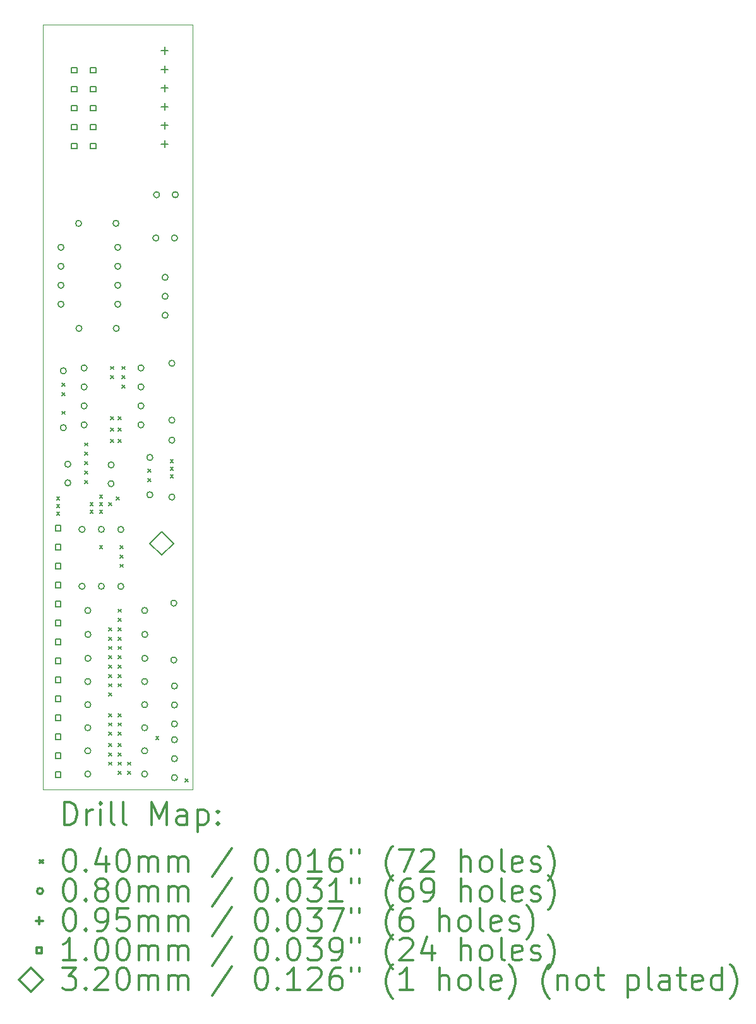
<source format=gbr>
%FSLAX45Y45*%
G04 Gerber Fmt 4.5, Leading zero omitted, Abs format (unit mm)*
G04 Created by KiCad (PCBNEW 5.1.9+dfsg1-1~bpo10+1) date 2022-01-08 23:32:08*
%MOMM*%
%LPD*%
G01*
G04 APERTURE LIST*
%TA.AperFunction,Profile*%
%ADD10C,0.050000*%
%TD*%
%ADD11C,0.200000*%
%ADD12C,0.300000*%
G04 APERTURE END LIST*
D10*
X13500000Y-15550000D02*
X13500000Y-5300000D01*
X15500000Y-15550000D02*
X13500000Y-15550000D01*
X15500000Y-5300000D02*
X15500000Y-15550000D01*
X13500000Y-5300000D02*
X15500000Y-5300000D01*
D11*
X13680000Y-11630000D02*
X13720000Y-11670000D01*
X13720000Y-11630000D02*
X13680000Y-11670000D01*
X13680000Y-11730000D02*
X13720000Y-11770000D01*
X13720000Y-11730000D02*
X13680000Y-11770000D01*
X13680000Y-11830000D02*
X13720000Y-11870000D01*
X13720000Y-11830000D02*
X13680000Y-11870000D01*
X13755000Y-10105000D02*
X13795000Y-10145000D01*
X13795000Y-10105000D02*
X13755000Y-10145000D01*
X13755000Y-10230000D02*
X13795000Y-10270000D01*
X13795000Y-10230000D02*
X13755000Y-10270000D01*
X13755000Y-10480000D02*
X13795000Y-10520000D01*
X13795000Y-10480000D02*
X13755000Y-10520000D01*
X14055000Y-10905000D02*
X14095000Y-10945000D01*
X14095000Y-10905000D02*
X14055000Y-10945000D01*
X14055000Y-11030000D02*
X14095000Y-11070000D01*
X14095000Y-11030000D02*
X14055000Y-11070000D01*
X14055000Y-11155000D02*
X14095000Y-11195000D01*
X14095000Y-11155000D02*
X14055000Y-11195000D01*
X14055000Y-11280000D02*
X14095000Y-11320000D01*
X14095000Y-11280000D02*
X14055000Y-11320000D01*
X14055000Y-11405000D02*
X14095000Y-11445000D01*
X14095000Y-11405000D02*
X14055000Y-11445000D01*
X14130000Y-11705000D02*
X14170000Y-11745000D01*
X14170000Y-11705000D02*
X14130000Y-11745000D01*
X14130000Y-11805000D02*
X14170000Y-11845000D01*
X14170000Y-11805000D02*
X14130000Y-11845000D01*
X14255000Y-11605000D02*
X14295000Y-11645000D01*
X14295000Y-11605000D02*
X14255000Y-11645000D01*
X14255000Y-11705000D02*
X14295000Y-11745000D01*
X14295000Y-11705000D02*
X14255000Y-11745000D01*
X14255000Y-11805000D02*
X14295000Y-11845000D01*
X14295000Y-11805000D02*
X14255000Y-11845000D01*
X14255000Y-12280000D02*
X14295000Y-12320000D01*
X14295000Y-12280000D02*
X14255000Y-12320000D01*
X14380000Y-11705000D02*
X14420000Y-11745000D01*
X14420000Y-11705000D02*
X14380000Y-11745000D01*
X14380000Y-13380000D02*
X14420000Y-13420000D01*
X14420000Y-13380000D02*
X14380000Y-13420000D01*
X14380000Y-13505000D02*
X14420000Y-13545000D01*
X14420000Y-13505000D02*
X14380000Y-13545000D01*
X14380000Y-13630000D02*
X14420000Y-13670000D01*
X14420000Y-13630000D02*
X14380000Y-13670000D01*
X14380000Y-13755000D02*
X14420000Y-13795000D01*
X14420000Y-13755000D02*
X14380000Y-13795000D01*
X14380000Y-13880000D02*
X14420000Y-13920000D01*
X14420000Y-13880000D02*
X14380000Y-13920000D01*
X14380000Y-14005000D02*
X14420000Y-14045000D01*
X14420000Y-14005000D02*
X14380000Y-14045000D01*
X14380000Y-14130000D02*
X14420000Y-14170000D01*
X14420000Y-14130000D02*
X14380000Y-14170000D01*
X14380000Y-14255000D02*
X14420000Y-14295000D01*
X14420000Y-14255000D02*
X14380000Y-14295000D01*
X14380000Y-14530000D02*
X14420000Y-14570000D01*
X14420000Y-14530000D02*
X14380000Y-14570000D01*
X14380000Y-14655000D02*
X14420000Y-14695000D01*
X14420000Y-14655000D02*
X14380000Y-14695000D01*
X14380000Y-14780000D02*
X14420000Y-14820000D01*
X14420000Y-14780000D02*
X14380000Y-14820000D01*
X14380000Y-14930000D02*
X14420000Y-14970000D01*
X14420000Y-14930000D02*
X14380000Y-14970000D01*
X14380000Y-15055000D02*
X14420000Y-15095000D01*
X14420000Y-15055000D02*
X14380000Y-15095000D01*
X14380000Y-15180000D02*
X14420000Y-15220000D01*
X14420000Y-15180000D02*
X14380000Y-15220000D01*
X14405000Y-9880000D02*
X14445000Y-9920000D01*
X14445000Y-9880000D02*
X14405000Y-9920000D01*
X14405000Y-10005000D02*
X14445000Y-10045000D01*
X14445000Y-10005000D02*
X14405000Y-10045000D01*
X14405000Y-10555000D02*
X14445000Y-10595000D01*
X14445000Y-10555000D02*
X14405000Y-10595000D01*
X14405000Y-10705000D02*
X14445000Y-10745000D01*
X14445000Y-10705000D02*
X14405000Y-10745000D01*
X14405000Y-10855000D02*
X14445000Y-10895000D01*
X14445000Y-10855000D02*
X14405000Y-10895000D01*
X14480000Y-11630000D02*
X14520000Y-11670000D01*
X14520000Y-11630000D02*
X14480000Y-11670000D01*
X14505000Y-10555000D02*
X14545000Y-10595000D01*
X14545000Y-10555000D02*
X14505000Y-10595000D01*
X14505000Y-10705000D02*
X14545000Y-10745000D01*
X14545000Y-10705000D02*
X14505000Y-10745000D01*
X14505000Y-10855000D02*
X14545000Y-10895000D01*
X14545000Y-10855000D02*
X14505000Y-10895000D01*
X14505000Y-13130000D02*
X14545000Y-13170000D01*
X14545000Y-13130000D02*
X14505000Y-13170000D01*
X14505000Y-13255000D02*
X14545000Y-13295000D01*
X14545000Y-13255000D02*
X14505000Y-13295000D01*
X14505000Y-13380000D02*
X14545000Y-13420000D01*
X14545000Y-13380000D02*
X14505000Y-13420000D01*
X14505000Y-13505000D02*
X14545000Y-13545000D01*
X14545000Y-13505000D02*
X14505000Y-13545000D01*
X14505000Y-13630000D02*
X14545000Y-13670000D01*
X14545000Y-13630000D02*
X14505000Y-13670000D01*
X14505000Y-13755000D02*
X14545000Y-13795000D01*
X14545000Y-13755000D02*
X14505000Y-13795000D01*
X14505000Y-13880000D02*
X14545000Y-13920000D01*
X14545000Y-13880000D02*
X14505000Y-13920000D01*
X14505000Y-14005000D02*
X14545000Y-14045000D01*
X14545000Y-14005000D02*
X14505000Y-14045000D01*
X14505000Y-14130000D02*
X14545000Y-14170000D01*
X14545000Y-14130000D02*
X14505000Y-14170000D01*
X14505000Y-14530000D02*
X14545000Y-14570000D01*
X14545000Y-14530000D02*
X14505000Y-14570000D01*
X14505000Y-14655000D02*
X14545000Y-14695000D01*
X14545000Y-14655000D02*
X14505000Y-14695000D01*
X14505000Y-14780000D02*
X14545000Y-14820000D01*
X14545000Y-14780000D02*
X14505000Y-14820000D01*
X14505000Y-14930000D02*
X14545000Y-14970000D01*
X14545000Y-14930000D02*
X14505000Y-14970000D01*
X14505000Y-15055000D02*
X14545000Y-15095000D01*
X14545000Y-15055000D02*
X14505000Y-15095000D01*
X14505000Y-15180000D02*
X14545000Y-15220000D01*
X14545000Y-15180000D02*
X14505000Y-15220000D01*
X14505000Y-15305000D02*
X14545000Y-15345000D01*
X14545000Y-15305000D02*
X14505000Y-15345000D01*
X14530000Y-12280000D02*
X14570000Y-12320000D01*
X14570000Y-12280000D02*
X14530000Y-12320000D01*
X14530000Y-12405000D02*
X14570000Y-12445000D01*
X14570000Y-12405000D02*
X14530000Y-12445000D01*
X14530000Y-12530000D02*
X14570000Y-12570000D01*
X14570000Y-12530000D02*
X14530000Y-12570000D01*
X14555000Y-9880000D02*
X14595000Y-9920000D01*
X14595000Y-9880000D02*
X14555000Y-9920000D01*
X14555000Y-10005000D02*
X14595000Y-10045000D01*
X14595000Y-10005000D02*
X14555000Y-10045000D01*
X14555000Y-10130000D02*
X14595000Y-10170000D01*
X14595000Y-10130000D02*
X14555000Y-10170000D01*
X14630000Y-15180000D02*
X14670000Y-15220000D01*
X14670000Y-15180000D02*
X14630000Y-15220000D01*
X14630000Y-15305000D02*
X14670000Y-15345000D01*
X14670000Y-15305000D02*
X14630000Y-15345000D01*
X14905000Y-11255000D02*
X14945000Y-11295000D01*
X14945000Y-11255000D02*
X14905000Y-11295000D01*
X14905000Y-11380000D02*
X14945000Y-11420000D01*
X14945000Y-11380000D02*
X14905000Y-11420000D01*
X15010000Y-14840000D02*
X15050000Y-14880000D01*
X15050000Y-14840000D02*
X15010000Y-14880000D01*
X15205000Y-11130000D02*
X15245000Y-11170000D01*
X15245000Y-11130000D02*
X15205000Y-11170000D01*
X15205000Y-11230000D02*
X15245000Y-11270000D01*
X15245000Y-11230000D02*
X15205000Y-11270000D01*
X15205000Y-11330000D02*
X15245000Y-11370000D01*
X15245000Y-11330000D02*
X15205000Y-11370000D01*
X15405000Y-15405000D02*
X15445000Y-15445000D01*
X15445000Y-15405000D02*
X15405000Y-15445000D01*
X13778000Y-8285000D02*
G75*
G03*
X13778000Y-8285000I-40000J0D01*
G01*
X13778000Y-8539000D02*
G75*
G03*
X13778000Y-8539000I-40000J0D01*
G01*
X13778000Y-8793000D02*
G75*
G03*
X13778000Y-8793000I-40000J0D01*
G01*
X13778000Y-9047000D02*
G75*
G03*
X13778000Y-9047000I-40000J0D01*
G01*
X13810000Y-9940000D02*
G75*
G03*
X13810000Y-9940000I-40000J0D01*
G01*
X13810000Y-10702000D02*
G75*
G03*
X13810000Y-10702000I-40000J0D01*
G01*
X13870000Y-11190000D02*
G75*
G03*
X13870000Y-11190000I-40000J0D01*
G01*
X13870000Y-11440000D02*
G75*
G03*
X13870000Y-11440000I-40000J0D01*
G01*
X14015000Y-7965000D02*
G75*
G03*
X14015000Y-7965000I-40000J0D01*
G01*
X14020000Y-9370000D02*
G75*
G03*
X14020000Y-9370000I-40000J0D01*
G01*
X14060000Y-12063000D02*
G75*
G03*
X14060000Y-12063000I-40000J0D01*
G01*
X14060000Y-12825000D02*
G75*
G03*
X14060000Y-12825000I-40000J0D01*
G01*
X14088000Y-9900000D02*
G75*
G03*
X14088000Y-9900000I-40000J0D01*
G01*
X14088000Y-10154000D02*
G75*
G03*
X14088000Y-10154000I-40000J0D01*
G01*
X14088000Y-10408000D02*
G75*
G03*
X14088000Y-10408000I-40000J0D01*
G01*
X14088000Y-10662000D02*
G75*
G03*
X14088000Y-10662000I-40000J0D01*
G01*
X14138000Y-13150000D02*
G75*
G03*
X14138000Y-13150000I-40000J0D01*
G01*
X14138000Y-14100000D02*
G75*
G03*
X14138000Y-14100000I-40000J0D01*
G01*
X14138000Y-14410000D02*
G75*
G03*
X14138000Y-14410000I-40000J0D01*
G01*
X14138000Y-14720000D02*
G75*
G03*
X14138000Y-14720000I-40000J0D01*
G01*
X14138000Y-15030000D02*
G75*
G03*
X14138000Y-15030000I-40000J0D01*
G01*
X14138000Y-15340000D02*
G75*
G03*
X14138000Y-15340000I-40000J0D01*
G01*
X14140000Y-13470000D02*
G75*
G03*
X14140000Y-13470000I-40000J0D01*
G01*
X14140000Y-13790000D02*
G75*
G03*
X14140000Y-13790000I-40000J0D01*
G01*
X14320000Y-12063000D02*
G75*
G03*
X14320000Y-12063000I-40000J0D01*
G01*
X14320000Y-12825000D02*
G75*
G03*
X14320000Y-12825000I-40000J0D01*
G01*
X14450000Y-11200000D02*
G75*
G03*
X14450000Y-11200000I-40000J0D01*
G01*
X14450000Y-11450000D02*
G75*
G03*
X14450000Y-11450000I-40000J0D01*
G01*
X14515000Y-7965000D02*
G75*
G03*
X14515000Y-7965000I-40000J0D01*
G01*
X14520000Y-9370000D02*
G75*
G03*
X14520000Y-9370000I-40000J0D01*
G01*
X14540000Y-8285000D02*
G75*
G03*
X14540000Y-8285000I-40000J0D01*
G01*
X14540000Y-8539000D02*
G75*
G03*
X14540000Y-8539000I-40000J0D01*
G01*
X14540000Y-8793000D02*
G75*
G03*
X14540000Y-8793000I-40000J0D01*
G01*
X14540000Y-9047000D02*
G75*
G03*
X14540000Y-9047000I-40000J0D01*
G01*
X14580000Y-12065000D02*
G75*
G03*
X14580000Y-12065000I-40000J0D01*
G01*
X14580000Y-12827000D02*
G75*
G03*
X14580000Y-12827000I-40000J0D01*
G01*
X14850000Y-9900000D02*
G75*
G03*
X14850000Y-9900000I-40000J0D01*
G01*
X14850000Y-10154000D02*
G75*
G03*
X14850000Y-10154000I-40000J0D01*
G01*
X14850000Y-10408000D02*
G75*
G03*
X14850000Y-10408000I-40000J0D01*
G01*
X14850000Y-10662000D02*
G75*
G03*
X14850000Y-10662000I-40000J0D01*
G01*
X14900000Y-13150000D02*
G75*
G03*
X14900000Y-13150000I-40000J0D01*
G01*
X14900000Y-14100000D02*
G75*
G03*
X14900000Y-14100000I-40000J0D01*
G01*
X14900000Y-14410000D02*
G75*
G03*
X14900000Y-14410000I-40000J0D01*
G01*
X14900000Y-14720000D02*
G75*
G03*
X14900000Y-14720000I-40000J0D01*
G01*
X14900000Y-15030000D02*
G75*
G03*
X14900000Y-15030000I-40000J0D01*
G01*
X14900000Y-15340000D02*
G75*
G03*
X14900000Y-15340000I-40000J0D01*
G01*
X14902000Y-13470000D02*
G75*
G03*
X14902000Y-13470000I-40000J0D01*
G01*
X14902000Y-13790000D02*
G75*
G03*
X14902000Y-13790000I-40000J0D01*
G01*
X14970000Y-11100000D02*
G75*
G03*
X14970000Y-11100000I-40000J0D01*
G01*
X14970000Y-11600000D02*
G75*
G03*
X14970000Y-11600000I-40000J0D01*
G01*
X15050000Y-8160000D02*
G75*
G03*
X15050000Y-8160000I-40000J0D01*
G01*
X15060000Y-7580000D02*
G75*
G03*
X15060000Y-7580000I-40000J0D01*
G01*
X15175000Y-8687000D02*
G75*
G03*
X15175000Y-8687000I-40000J0D01*
G01*
X15175000Y-8941000D02*
G75*
G03*
X15175000Y-8941000I-40000J0D01*
G01*
X15175000Y-9195000D02*
G75*
G03*
X15175000Y-9195000I-40000J0D01*
G01*
X15265000Y-9838000D02*
G75*
G03*
X15265000Y-9838000I-40000J0D01*
G01*
X15265000Y-10600000D02*
G75*
G03*
X15265000Y-10600000I-40000J0D01*
G01*
X15265000Y-10867500D02*
G75*
G03*
X15265000Y-10867500I-40000J0D01*
G01*
X15265000Y-11629500D02*
G75*
G03*
X15265000Y-11629500I-40000J0D01*
G01*
X15290000Y-13050000D02*
G75*
G03*
X15290000Y-13050000I-40000J0D01*
G01*
X15290000Y-13812000D02*
G75*
G03*
X15290000Y-13812000I-40000J0D01*
G01*
X15300000Y-8160000D02*
G75*
G03*
X15300000Y-8160000I-40000J0D01*
G01*
X15300000Y-14160000D02*
G75*
G03*
X15300000Y-14160000I-40000J0D01*
G01*
X15300000Y-14414000D02*
G75*
G03*
X15300000Y-14414000I-40000J0D01*
G01*
X15300000Y-14668000D02*
G75*
G03*
X15300000Y-14668000I-40000J0D01*
G01*
X15300000Y-14880000D02*
G75*
G03*
X15300000Y-14880000I-40000J0D01*
G01*
X15300000Y-15134000D02*
G75*
G03*
X15300000Y-15134000I-40000J0D01*
G01*
X15300000Y-15388000D02*
G75*
G03*
X15300000Y-15388000I-40000J0D01*
G01*
X15310000Y-7580000D02*
G75*
G03*
X15310000Y-7580000I-40000J0D01*
G01*
X15130000Y-5602500D02*
X15130000Y-5697500D01*
X15082500Y-5650000D02*
X15177500Y-5650000D01*
X15130000Y-5852500D02*
X15130000Y-5947500D01*
X15082500Y-5900000D02*
X15177500Y-5900000D01*
X15130000Y-6102500D02*
X15130000Y-6197500D01*
X15082500Y-6150000D02*
X15177500Y-6150000D01*
X15130000Y-6352500D02*
X15130000Y-6447500D01*
X15082500Y-6400000D02*
X15177500Y-6400000D01*
X15130000Y-6602500D02*
X15130000Y-6697500D01*
X15082500Y-6650000D02*
X15177500Y-6650000D01*
X15130000Y-6852500D02*
X15130000Y-6947500D01*
X15082500Y-6900000D02*
X15177500Y-6900000D01*
X13735356Y-12082356D02*
X13735356Y-12011644D01*
X13664644Y-12011644D01*
X13664644Y-12082356D01*
X13735356Y-12082356D01*
X13735356Y-12336356D02*
X13735356Y-12265644D01*
X13664644Y-12265644D01*
X13664644Y-12336356D01*
X13735356Y-12336356D01*
X13735356Y-12590356D02*
X13735356Y-12519644D01*
X13664644Y-12519644D01*
X13664644Y-12590356D01*
X13735356Y-12590356D01*
X13735356Y-12844356D02*
X13735356Y-12773644D01*
X13664644Y-12773644D01*
X13664644Y-12844356D01*
X13735356Y-12844356D01*
X13735356Y-13098356D02*
X13735356Y-13027644D01*
X13664644Y-13027644D01*
X13664644Y-13098356D01*
X13735356Y-13098356D01*
X13735356Y-13352356D02*
X13735356Y-13281644D01*
X13664644Y-13281644D01*
X13664644Y-13352356D01*
X13735356Y-13352356D01*
X13735356Y-13606356D02*
X13735356Y-13535644D01*
X13664644Y-13535644D01*
X13664644Y-13606356D01*
X13735356Y-13606356D01*
X13735356Y-13860356D02*
X13735356Y-13789644D01*
X13664644Y-13789644D01*
X13664644Y-13860356D01*
X13735356Y-13860356D01*
X13735356Y-14114356D02*
X13735356Y-14043644D01*
X13664644Y-14043644D01*
X13664644Y-14114356D01*
X13735356Y-14114356D01*
X13735356Y-14368356D02*
X13735356Y-14297644D01*
X13664644Y-14297644D01*
X13664644Y-14368356D01*
X13735356Y-14368356D01*
X13735356Y-14622356D02*
X13735356Y-14551644D01*
X13664644Y-14551644D01*
X13664644Y-14622356D01*
X13735356Y-14622356D01*
X13735356Y-14876356D02*
X13735356Y-14805644D01*
X13664644Y-14805644D01*
X13664644Y-14876356D01*
X13735356Y-14876356D01*
X13735356Y-15130356D02*
X13735356Y-15059644D01*
X13664644Y-15059644D01*
X13664644Y-15130356D01*
X13735356Y-15130356D01*
X13735356Y-15384356D02*
X13735356Y-15313644D01*
X13664644Y-15313644D01*
X13664644Y-15384356D01*
X13735356Y-15384356D01*
X13951356Y-5945356D02*
X13951356Y-5874644D01*
X13880644Y-5874644D01*
X13880644Y-5945356D01*
X13951356Y-5945356D01*
X13951356Y-6199356D02*
X13951356Y-6128644D01*
X13880644Y-6128644D01*
X13880644Y-6199356D01*
X13951356Y-6199356D01*
X13951356Y-6453356D02*
X13951356Y-6382644D01*
X13880644Y-6382644D01*
X13880644Y-6453356D01*
X13951356Y-6453356D01*
X13951356Y-6707356D02*
X13951356Y-6636644D01*
X13880644Y-6636644D01*
X13880644Y-6707356D01*
X13951356Y-6707356D01*
X13951356Y-6961356D02*
X13951356Y-6890644D01*
X13880644Y-6890644D01*
X13880644Y-6961356D01*
X13951356Y-6961356D01*
X14205356Y-5945356D02*
X14205356Y-5874644D01*
X14134644Y-5874644D01*
X14134644Y-5945356D01*
X14205356Y-5945356D01*
X14205356Y-6199356D02*
X14205356Y-6128644D01*
X14134644Y-6128644D01*
X14134644Y-6199356D01*
X14205356Y-6199356D01*
X14205356Y-6453356D02*
X14205356Y-6382644D01*
X14134644Y-6382644D01*
X14134644Y-6453356D01*
X14205356Y-6453356D01*
X14205356Y-6707356D02*
X14205356Y-6636644D01*
X14134644Y-6636644D01*
X14134644Y-6707356D01*
X14205356Y-6707356D01*
X14205356Y-6961356D02*
X14205356Y-6890644D01*
X14134644Y-6890644D01*
X14134644Y-6961356D01*
X14205356Y-6961356D01*
X15090000Y-12410000D02*
X15250000Y-12250000D01*
X15090000Y-12090000D01*
X14930000Y-12250000D01*
X15090000Y-12410000D01*
D12*
X13783928Y-16018214D02*
X13783928Y-15718214D01*
X13855357Y-15718214D01*
X13898214Y-15732500D01*
X13926786Y-15761071D01*
X13941071Y-15789643D01*
X13955357Y-15846786D01*
X13955357Y-15889643D01*
X13941071Y-15946786D01*
X13926786Y-15975357D01*
X13898214Y-16003929D01*
X13855357Y-16018214D01*
X13783928Y-16018214D01*
X14083928Y-16018214D02*
X14083928Y-15818214D01*
X14083928Y-15875357D02*
X14098214Y-15846786D01*
X14112500Y-15832500D01*
X14141071Y-15818214D01*
X14169643Y-15818214D01*
X14269643Y-16018214D02*
X14269643Y-15818214D01*
X14269643Y-15718214D02*
X14255357Y-15732500D01*
X14269643Y-15746786D01*
X14283928Y-15732500D01*
X14269643Y-15718214D01*
X14269643Y-15746786D01*
X14455357Y-16018214D02*
X14426786Y-16003929D01*
X14412500Y-15975357D01*
X14412500Y-15718214D01*
X14612500Y-16018214D02*
X14583928Y-16003929D01*
X14569643Y-15975357D01*
X14569643Y-15718214D01*
X14955357Y-16018214D02*
X14955357Y-15718214D01*
X15055357Y-15932500D01*
X15155357Y-15718214D01*
X15155357Y-16018214D01*
X15426786Y-16018214D02*
X15426786Y-15861071D01*
X15412500Y-15832500D01*
X15383928Y-15818214D01*
X15326786Y-15818214D01*
X15298214Y-15832500D01*
X15426786Y-16003929D02*
X15398214Y-16018214D01*
X15326786Y-16018214D01*
X15298214Y-16003929D01*
X15283928Y-15975357D01*
X15283928Y-15946786D01*
X15298214Y-15918214D01*
X15326786Y-15903929D01*
X15398214Y-15903929D01*
X15426786Y-15889643D01*
X15569643Y-15818214D02*
X15569643Y-16118214D01*
X15569643Y-15832500D02*
X15598214Y-15818214D01*
X15655357Y-15818214D01*
X15683928Y-15832500D01*
X15698214Y-15846786D01*
X15712500Y-15875357D01*
X15712500Y-15961071D01*
X15698214Y-15989643D01*
X15683928Y-16003929D01*
X15655357Y-16018214D01*
X15598214Y-16018214D01*
X15569643Y-16003929D01*
X15841071Y-15989643D02*
X15855357Y-16003929D01*
X15841071Y-16018214D01*
X15826786Y-16003929D01*
X15841071Y-15989643D01*
X15841071Y-16018214D01*
X15841071Y-15832500D02*
X15855357Y-15846786D01*
X15841071Y-15861071D01*
X15826786Y-15846786D01*
X15841071Y-15832500D01*
X15841071Y-15861071D01*
X13457500Y-16492500D02*
X13497500Y-16532500D01*
X13497500Y-16492500D02*
X13457500Y-16532500D01*
X13841071Y-16348214D02*
X13869643Y-16348214D01*
X13898214Y-16362500D01*
X13912500Y-16376786D01*
X13926786Y-16405357D01*
X13941071Y-16462500D01*
X13941071Y-16533929D01*
X13926786Y-16591071D01*
X13912500Y-16619643D01*
X13898214Y-16633929D01*
X13869643Y-16648214D01*
X13841071Y-16648214D01*
X13812500Y-16633929D01*
X13798214Y-16619643D01*
X13783928Y-16591071D01*
X13769643Y-16533929D01*
X13769643Y-16462500D01*
X13783928Y-16405357D01*
X13798214Y-16376786D01*
X13812500Y-16362500D01*
X13841071Y-16348214D01*
X14069643Y-16619643D02*
X14083928Y-16633929D01*
X14069643Y-16648214D01*
X14055357Y-16633929D01*
X14069643Y-16619643D01*
X14069643Y-16648214D01*
X14341071Y-16448214D02*
X14341071Y-16648214D01*
X14269643Y-16333929D02*
X14198214Y-16548214D01*
X14383928Y-16548214D01*
X14555357Y-16348214D02*
X14583928Y-16348214D01*
X14612500Y-16362500D01*
X14626786Y-16376786D01*
X14641071Y-16405357D01*
X14655357Y-16462500D01*
X14655357Y-16533929D01*
X14641071Y-16591071D01*
X14626786Y-16619643D01*
X14612500Y-16633929D01*
X14583928Y-16648214D01*
X14555357Y-16648214D01*
X14526786Y-16633929D01*
X14512500Y-16619643D01*
X14498214Y-16591071D01*
X14483928Y-16533929D01*
X14483928Y-16462500D01*
X14498214Y-16405357D01*
X14512500Y-16376786D01*
X14526786Y-16362500D01*
X14555357Y-16348214D01*
X14783928Y-16648214D02*
X14783928Y-16448214D01*
X14783928Y-16476786D02*
X14798214Y-16462500D01*
X14826786Y-16448214D01*
X14869643Y-16448214D01*
X14898214Y-16462500D01*
X14912500Y-16491071D01*
X14912500Y-16648214D01*
X14912500Y-16491071D02*
X14926786Y-16462500D01*
X14955357Y-16448214D01*
X14998214Y-16448214D01*
X15026786Y-16462500D01*
X15041071Y-16491071D01*
X15041071Y-16648214D01*
X15183928Y-16648214D02*
X15183928Y-16448214D01*
X15183928Y-16476786D02*
X15198214Y-16462500D01*
X15226786Y-16448214D01*
X15269643Y-16448214D01*
X15298214Y-16462500D01*
X15312500Y-16491071D01*
X15312500Y-16648214D01*
X15312500Y-16491071D02*
X15326786Y-16462500D01*
X15355357Y-16448214D01*
X15398214Y-16448214D01*
X15426786Y-16462500D01*
X15441071Y-16491071D01*
X15441071Y-16648214D01*
X16026786Y-16333929D02*
X15769643Y-16719643D01*
X16412500Y-16348214D02*
X16441071Y-16348214D01*
X16469643Y-16362500D01*
X16483928Y-16376786D01*
X16498214Y-16405357D01*
X16512500Y-16462500D01*
X16512500Y-16533929D01*
X16498214Y-16591071D01*
X16483928Y-16619643D01*
X16469643Y-16633929D01*
X16441071Y-16648214D01*
X16412500Y-16648214D01*
X16383928Y-16633929D01*
X16369643Y-16619643D01*
X16355357Y-16591071D01*
X16341071Y-16533929D01*
X16341071Y-16462500D01*
X16355357Y-16405357D01*
X16369643Y-16376786D01*
X16383928Y-16362500D01*
X16412500Y-16348214D01*
X16641071Y-16619643D02*
X16655357Y-16633929D01*
X16641071Y-16648214D01*
X16626786Y-16633929D01*
X16641071Y-16619643D01*
X16641071Y-16648214D01*
X16841071Y-16348214D02*
X16869643Y-16348214D01*
X16898214Y-16362500D01*
X16912500Y-16376786D01*
X16926786Y-16405357D01*
X16941071Y-16462500D01*
X16941071Y-16533929D01*
X16926786Y-16591071D01*
X16912500Y-16619643D01*
X16898214Y-16633929D01*
X16869643Y-16648214D01*
X16841071Y-16648214D01*
X16812500Y-16633929D01*
X16798214Y-16619643D01*
X16783928Y-16591071D01*
X16769643Y-16533929D01*
X16769643Y-16462500D01*
X16783928Y-16405357D01*
X16798214Y-16376786D01*
X16812500Y-16362500D01*
X16841071Y-16348214D01*
X17226786Y-16648214D02*
X17055357Y-16648214D01*
X17141071Y-16648214D02*
X17141071Y-16348214D01*
X17112500Y-16391071D01*
X17083928Y-16419643D01*
X17055357Y-16433929D01*
X17483928Y-16348214D02*
X17426786Y-16348214D01*
X17398214Y-16362500D01*
X17383928Y-16376786D01*
X17355357Y-16419643D01*
X17341071Y-16476786D01*
X17341071Y-16591071D01*
X17355357Y-16619643D01*
X17369643Y-16633929D01*
X17398214Y-16648214D01*
X17455357Y-16648214D01*
X17483928Y-16633929D01*
X17498214Y-16619643D01*
X17512500Y-16591071D01*
X17512500Y-16519643D01*
X17498214Y-16491071D01*
X17483928Y-16476786D01*
X17455357Y-16462500D01*
X17398214Y-16462500D01*
X17369643Y-16476786D01*
X17355357Y-16491071D01*
X17341071Y-16519643D01*
X17626786Y-16348214D02*
X17626786Y-16405357D01*
X17741071Y-16348214D02*
X17741071Y-16405357D01*
X18183928Y-16762500D02*
X18169643Y-16748214D01*
X18141071Y-16705357D01*
X18126786Y-16676786D01*
X18112500Y-16633929D01*
X18098214Y-16562500D01*
X18098214Y-16505357D01*
X18112500Y-16433929D01*
X18126786Y-16391071D01*
X18141071Y-16362500D01*
X18169643Y-16319643D01*
X18183928Y-16305357D01*
X18269643Y-16348214D02*
X18469643Y-16348214D01*
X18341071Y-16648214D01*
X18569643Y-16376786D02*
X18583928Y-16362500D01*
X18612500Y-16348214D01*
X18683928Y-16348214D01*
X18712500Y-16362500D01*
X18726786Y-16376786D01*
X18741071Y-16405357D01*
X18741071Y-16433929D01*
X18726786Y-16476786D01*
X18555357Y-16648214D01*
X18741071Y-16648214D01*
X19098214Y-16648214D02*
X19098214Y-16348214D01*
X19226786Y-16648214D02*
X19226786Y-16491071D01*
X19212500Y-16462500D01*
X19183928Y-16448214D01*
X19141071Y-16448214D01*
X19112500Y-16462500D01*
X19098214Y-16476786D01*
X19412500Y-16648214D02*
X19383928Y-16633929D01*
X19369643Y-16619643D01*
X19355357Y-16591071D01*
X19355357Y-16505357D01*
X19369643Y-16476786D01*
X19383928Y-16462500D01*
X19412500Y-16448214D01*
X19455357Y-16448214D01*
X19483928Y-16462500D01*
X19498214Y-16476786D01*
X19512500Y-16505357D01*
X19512500Y-16591071D01*
X19498214Y-16619643D01*
X19483928Y-16633929D01*
X19455357Y-16648214D01*
X19412500Y-16648214D01*
X19683928Y-16648214D02*
X19655357Y-16633929D01*
X19641071Y-16605357D01*
X19641071Y-16348214D01*
X19912500Y-16633929D02*
X19883928Y-16648214D01*
X19826786Y-16648214D01*
X19798214Y-16633929D01*
X19783928Y-16605357D01*
X19783928Y-16491071D01*
X19798214Y-16462500D01*
X19826786Y-16448214D01*
X19883928Y-16448214D01*
X19912500Y-16462500D01*
X19926786Y-16491071D01*
X19926786Y-16519643D01*
X19783928Y-16548214D01*
X20041071Y-16633929D02*
X20069643Y-16648214D01*
X20126786Y-16648214D01*
X20155357Y-16633929D01*
X20169643Y-16605357D01*
X20169643Y-16591071D01*
X20155357Y-16562500D01*
X20126786Y-16548214D01*
X20083928Y-16548214D01*
X20055357Y-16533929D01*
X20041071Y-16505357D01*
X20041071Y-16491071D01*
X20055357Y-16462500D01*
X20083928Y-16448214D01*
X20126786Y-16448214D01*
X20155357Y-16462500D01*
X20269643Y-16762500D02*
X20283928Y-16748214D01*
X20312500Y-16705357D01*
X20326786Y-16676786D01*
X20341071Y-16633929D01*
X20355357Y-16562500D01*
X20355357Y-16505357D01*
X20341071Y-16433929D01*
X20326786Y-16391071D01*
X20312500Y-16362500D01*
X20283928Y-16319643D01*
X20269643Y-16305357D01*
X13497500Y-16908500D02*
G75*
G03*
X13497500Y-16908500I-40000J0D01*
G01*
X13841071Y-16744214D02*
X13869643Y-16744214D01*
X13898214Y-16758500D01*
X13912500Y-16772786D01*
X13926786Y-16801357D01*
X13941071Y-16858500D01*
X13941071Y-16929929D01*
X13926786Y-16987072D01*
X13912500Y-17015643D01*
X13898214Y-17029929D01*
X13869643Y-17044214D01*
X13841071Y-17044214D01*
X13812500Y-17029929D01*
X13798214Y-17015643D01*
X13783928Y-16987072D01*
X13769643Y-16929929D01*
X13769643Y-16858500D01*
X13783928Y-16801357D01*
X13798214Y-16772786D01*
X13812500Y-16758500D01*
X13841071Y-16744214D01*
X14069643Y-17015643D02*
X14083928Y-17029929D01*
X14069643Y-17044214D01*
X14055357Y-17029929D01*
X14069643Y-17015643D01*
X14069643Y-17044214D01*
X14255357Y-16872786D02*
X14226786Y-16858500D01*
X14212500Y-16844214D01*
X14198214Y-16815643D01*
X14198214Y-16801357D01*
X14212500Y-16772786D01*
X14226786Y-16758500D01*
X14255357Y-16744214D01*
X14312500Y-16744214D01*
X14341071Y-16758500D01*
X14355357Y-16772786D01*
X14369643Y-16801357D01*
X14369643Y-16815643D01*
X14355357Y-16844214D01*
X14341071Y-16858500D01*
X14312500Y-16872786D01*
X14255357Y-16872786D01*
X14226786Y-16887072D01*
X14212500Y-16901357D01*
X14198214Y-16929929D01*
X14198214Y-16987072D01*
X14212500Y-17015643D01*
X14226786Y-17029929D01*
X14255357Y-17044214D01*
X14312500Y-17044214D01*
X14341071Y-17029929D01*
X14355357Y-17015643D01*
X14369643Y-16987072D01*
X14369643Y-16929929D01*
X14355357Y-16901357D01*
X14341071Y-16887072D01*
X14312500Y-16872786D01*
X14555357Y-16744214D02*
X14583928Y-16744214D01*
X14612500Y-16758500D01*
X14626786Y-16772786D01*
X14641071Y-16801357D01*
X14655357Y-16858500D01*
X14655357Y-16929929D01*
X14641071Y-16987072D01*
X14626786Y-17015643D01*
X14612500Y-17029929D01*
X14583928Y-17044214D01*
X14555357Y-17044214D01*
X14526786Y-17029929D01*
X14512500Y-17015643D01*
X14498214Y-16987072D01*
X14483928Y-16929929D01*
X14483928Y-16858500D01*
X14498214Y-16801357D01*
X14512500Y-16772786D01*
X14526786Y-16758500D01*
X14555357Y-16744214D01*
X14783928Y-17044214D02*
X14783928Y-16844214D01*
X14783928Y-16872786D02*
X14798214Y-16858500D01*
X14826786Y-16844214D01*
X14869643Y-16844214D01*
X14898214Y-16858500D01*
X14912500Y-16887072D01*
X14912500Y-17044214D01*
X14912500Y-16887072D02*
X14926786Y-16858500D01*
X14955357Y-16844214D01*
X14998214Y-16844214D01*
X15026786Y-16858500D01*
X15041071Y-16887072D01*
X15041071Y-17044214D01*
X15183928Y-17044214D02*
X15183928Y-16844214D01*
X15183928Y-16872786D02*
X15198214Y-16858500D01*
X15226786Y-16844214D01*
X15269643Y-16844214D01*
X15298214Y-16858500D01*
X15312500Y-16887072D01*
X15312500Y-17044214D01*
X15312500Y-16887072D02*
X15326786Y-16858500D01*
X15355357Y-16844214D01*
X15398214Y-16844214D01*
X15426786Y-16858500D01*
X15441071Y-16887072D01*
X15441071Y-17044214D01*
X16026786Y-16729929D02*
X15769643Y-17115643D01*
X16412500Y-16744214D02*
X16441071Y-16744214D01*
X16469643Y-16758500D01*
X16483928Y-16772786D01*
X16498214Y-16801357D01*
X16512500Y-16858500D01*
X16512500Y-16929929D01*
X16498214Y-16987072D01*
X16483928Y-17015643D01*
X16469643Y-17029929D01*
X16441071Y-17044214D01*
X16412500Y-17044214D01*
X16383928Y-17029929D01*
X16369643Y-17015643D01*
X16355357Y-16987072D01*
X16341071Y-16929929D01*
X16341071Y-16858500D01*
X16355357Y-16801357D01*
X16369643Y-16772786D01*
X16383928Y-16758500D01*
X16412500Y-16744214D01*
X16641071Y-17015643D02*
X16655357Y-17029929D01*
X16641071Y-17044214D01*
X16626786Y-17029929D01*
X16641071Y-17015643D01*
X16641071Y-17044214D01*
X16841071Y-16744214D02*
X16869643Y-16744214D01*
X16898214Y-16758500D01*
X16912500Y-16772786D01*
X16926786Y-16801357D01*
X16941071Y-16858500D01*
X16941071Y-16929929D01*
X16926786Y-16987072D01*
X16912500Y-17015643D01*
X16898214Y-17029929D01*
X16869643Y-17044214D01*
X16841071Y-17044214D01*
X16812500Y-17029929D01*
X16798214Y-17015643D01*
X16783928Y-16987072D01*
X16769643Y-16929929D01*
X16769643Y-16858500D01*
X16783928Y-16801357D01*
X16798214Y-16772786D01*
X16812500Y-16758500D01*
X16841071Y-16744214D01*
X17041071Y-16744214D02*
X17226786Y-16744214D01*
X17126786Y-16858500D01*
X17169643Y-16858500D01*
X17198214Y-16872786D01*
X17212500Y-16887072D01*
X17226786Y-16915643D01*
X17226786Y-16987072D01*
X17212500Y-17015643D01*
X17198214Y-17029929D01*
X17169643Y-17044214D01*
X17083928Y-17044214D01*
X17055357Y-17029929D01*
X17041071Y-17015643D01*
X17512500Y-17044214D02*
X17341071Y-17044214D01*
X17426786Y-17044214D02*
X17426786Y-16744214D01*
X17398214Y-16787072D01*
X17369643Y-16815643D01*
X17341071Y-16829929D01*
X17626786Y-16744214D02*
X17626786Y-16801357D01*
X17741071Y-16744214D02*
X17741071Y-16801357D01*
X18183928Y-17158500D02*
X18169643Y-17144214D01*
X18141071Y-17101357D01*
X18126786Y-17072786D01*
X18112500Y-17029929D01*
X18098214Y-16958500D01*
X18098214Y-16901357D01*
X18112500Y-16829929D01*
X18126786Y-16787072D01*
X18141071Y-16758500D01*
X18169643Y-16715643D01*
X18183928Y-16701357D01*
X18426786Y-16744214D02*
X18369643Y-16744214D01*
X18341071Y-16758500D01*
X18326786Y-16772786D01*
X18298214Y-16815643D01*
X18283928Y-16872786D01*
X18283928Y-16987072D01*
X18298214Y-17015643D01*
X18312500Y-17029929D01*
X18341071Y-17044214D01*
X18398214Y-17044214D01*
X18426786Y-17029929D01*
X18441071Y-17015643D01*
X18455357Y-16987072D01*
X18455357Y-16915643D01*
X18441071Y-16887072D01*
X18426786Y-16872786D01*
X18398214Y-16858500D01*
X18341071Y-16858500D01*
X18312500Y-16872786D01*
X18298214Y-16887072D01*
X18283928Y-16915643D01*
X18598214Y-17044214D02*
X18655357Y-17044214D01*
X18683928Y-17029929D01*
X18698214Y-17015643D01*
X18726786Y-16972786D01*
X18741071Y-16915643D01*
X18741071Y-16801357D01*
X18726786Y-16772786D01*
X18712500Y-16758500D01*
X18683928Y-16744214D01*
X18626786Y-16744214D01*
X18598214Y-16758500D01*
X18583928Y-16772786D01*
X18569643Y-16801357D01*
X18569643Y-16872786D01*
X18583928Y-16901357D01*
X18598214Y-16915643D01*
X18626786Y-16929929D01*
X18683928Y-16929929D01*
X18712500Y-16915643D01*
X18726786Y-16901357D01*
X18741071Y-16872786D01*
X19098214Y-17044214D02*
X19098214Y-16744214D01*
X19226786Y-17044214D02*
X19226786Y-16887072D01*
X19212500Y-16858500D01*
X19183928Y-16844214D01*
X19141071Y-16844214D01*
X19112500Y-16858500D01*
X19098214Y-16872786D01*
X19412500Y-17044214D02*
X19383928Y-17029929D01*
X19369643Y-17015643D01*
X19355357Y-16987072D01*
X19355357Y-16901357D01*
X19369643Y-16872786D01*
X19383928Y-16858500D01*
X19412500Y-16844214D01*
X19455357Y-16844214D01*
X19483928Y-16858500D01*
X19498214Y-16872786D01*
X19512500Y-16901357D01*
X19512500Y-16987072D01*
X19498214Y-17015643D01*
X19483928Y-17029929D01*
X19455357Y-17044214D01*
X19412500Y-17044214D01*
X19683928Y-17044214D02*
X19655357Y-17029929D01*
X19641071Y-17001357D01*
X19641071Y-16744214D01*
X19912500Y-17029929D02*
X19883928Y-17044214D01*
X19826786Y-17044214D01*
X19798214Y-17029929D01*
X19783928Y-17001357D01*
X19783928Y-16887072D01*
X19798214Y-16858500D01*
X19826786Y-16844214D01*
X19883928Y-16844214D01*
X19912500Y-16858500D01*
X19926786Y-16887072D01*
X19926786Y-16915643D01*
X19783928Y-16944214D01*
X20041071Y-17029929D02*
X20069643Y-17044214D01*
X20126786Y-17044214D01*
X20155357Y-17029929D01*
X20169643Y-17001357D01*
X20169643Y-16987072D01*
X20155357Y-16958500D01*
X20126786Y-16944214D01*
X20083928Y-16944214D01*
X20055357Y-16929929D01*
X20041071Y-16901357D01*
X20041071Y-16887072D01*
X20055357Y-16858500D01*
X20083928Y-16844214D01*
X20126786Y-16844214D01*
X20155357Y-16858500D01*
X20269643Y-17158500D02*
X20283928Y-17144214D01*
X20312500Y-17101357D01*
X20326786Y-17072786D01*
X20341071Y-17029929D01*
X20355357Y-16958500D01*
X20355357Y-16901357D01*
X20341071Y-16829929D01*
X20326786Y-16787072D01*
X20312500Y-16758500D01*
X20283928Y-16715643D01*
X20269643Y-16701357D01*
X13450000Y-17257000D02*
X13450000Y-17352000D01*
X13402500Y-17304500D02*
X13497500Y-17304500D01*
X13841071Y-17140214D02*
X13869643Y-17140214D01*
X13898214Y-17154500D01*
X13912500Y-17168786D01*
X13926786Y-17197357D01*
X13941071Y-17254500D01*
X13941071Y-17325929D01*
X13926786Y-17383072D01*
X13912500Y-17411643D01*
X13898214Y-17425929D01*
X13869643Y-17440214D01*
X13841071Y-17440214D01*
X13812500Y-17425929D01*
X13798214Y-17411643D01*
X13783928Y-17383072D01*
X13769643Y-17325929D01*
X13769643Y-17254500D01*
X13783928Y-17197357D01*
X13798214Y-17168786D01*
X13812500Y-17154500D01*
X13841071Y-17140214D01*
X14069643Y-17411643D02*
X14083928Y-17425929D01*
X14069643Y-17440214D01*
X14055357Y-17425929D01*
X14069643Y-17411643D01*
X14069643Y-17440214D01*
X14226786Y-17440214D02*
X14283928Y-17440214D01*
X14312500Y-17425929D01*
X14326786Y-17411643D01*
X14355357Y-17368786D01*
X14369643Y-17311643D01*
X14369643Y-17197357D01*
X14355357Y-17168786D01*
X14341071Y-17154500D01*
X14312500Y-17140214D01*
X14255357Y-17140214D01*
X14226786Y-17154500D01*
X14212500Y-17168786D01*
X14198214Y-17197357D01*
X14198214Y-17268786D01*
X14212500Y-17297357D01*
X14226786Y-17311643D01*
X14255357Y-17325929D01*
X14312500Y-17325929D01*
X14341071Y-17311643D01*
X14355357Y-17297357D01*
X14369643Y-17268786D01*
X14641071Y-17140214D02*
X14498214Y-17140214D01*
X14483928Y-17283072D01*
X14498214Y-17268786D01*
X14526786Y-17254500D01*
X14598214Y-17254500D01*
X14626786Y-17268786D01*
X14641071Y-17283072D01*
X14655357Y-17311643D01*
X14655357Y-17383072D01*
X14641071Y-17411643D01*
X14626786Y-17425929D01*
X14598214Y-17440214D01*
X14526786Y-17440214D01*
X14498214Y-17425929D01*
X14483928Y-17411643D01*
X14783928Y-17440214D02*
X14783928Y-17240214D01*
X14783928Y-17268786D02*
X14798214Y-17254500D01*
X14826786Y-17240214D01*
X14869643Y-17240214D01*
X14898214Y-17254500D01*
X14912500Y-17283072D01*
X14912500Y-17440214D01*
X14912500Y-17283072D02*
X14926786Y-17254500D01*
X14955357Y-17240214D01*
X14998214Y-17240214D01*
X15026786Y-17254500D01*
X15041071Y-17283072D01*
X15041071Y-17440214D01*
X15183928Y-17440214D02*
X15183928Y-17240214D01*
X15183928Y-17268786D02*
X15198214Y-17254500D01*
X15226786Y-17240214D01*
X15269643Y-17240214D01*
X15298214Y-17254500D01*
X15312500Y-17283072D01*
X15312500Y-17440214D01*
X15312500Y-17283072D02*
X15326786Y-17254500D01*
X15355357Y-17240214D01*
X15398214Y-17240214D01*
X15426786Y-17254500D01*
X15441071Y-17283072D01*
X15441071Y-17440214D01*
X16026786Y-17125929D02*
X15769643Y-17511643D01*
X16412500Y-17140214D02*
X16441071Y-17140214D01*
X16469643Y-17154500D01*
X16483928Y-17168786D01*
X16498214Y-17197357D01*
X16512500Y-17254500D01*
X16512500Y-17325929D01*
X16498214Y-17383072D01*
X16483928Y-17411643D01*
X16469643Y-17425929D01*
X16441071Y-17440214D01*
X16412500Y-17440214D01*
X16383928Y-17425929D01*
X16369643Y-17411643D01*
X16355357Y-17383072D01*
X16341071Y-17325929D01*
X16341071Y-17254500D01*
X16355357Y-17197357D01*
X16369643Y-17168786D01*
X16383928Y-17154500D01*
X16412500Y-17140214D01*
X16641071Y-17411643D02*
X16655357Y-17425929D01*
X16641071Y-17440214D01*
X16626786Y-17425929D01*
X16641071Y-17411643D01*
X16641071Y-17440214D01*
X16841071Y-17140214D02*
X16869643Y-17140214D01*
X16898214Y-17154500D01*
X16912500Y-17168786D01*
X16926786Y-17197357D01*
X16941071Y-17254500D01*
X16941071Y-17325929D01*
X16926786Y-17383072D01*
X16912500Y-17411643D01*
X16898214Y-17425929D01*
X16869643Y-17440214D01*
X16841071Y-17440214D01*
X16812500Y-17425929D01*
X16798214Y-17411643D01*
X16783928Y-17383072D01*
X16769643Y-17325929D01*
X16769643Y-17254500D01*
X16783928Y-17197357D01*
X16798214Y-17168786D01*
X16812500Y-17154500D01*
X16841071Y-17140214D01*
X17041071Y-17140214D02*
X17226786Y-17140214D01*
X17126786Y-17254500D01*
X17169643Y-17254500D01*
X17198214Y-17268786D01*
X17212500Y-17283072D01*
X17226786Y-17311643D01*
X17226786Y-17383072D01*
X17212500Y-17411643D01*
X17198214Y-17425929D01*
X17169643Y-17440214D01*
X17083928Y-17440214D01*
X17055357Y-17425929D01*
X17041071Y-17411643D01*
X17326786Y-17140214D02*
X17526786Y-17140214D01*
X17398214Y-17440214D01*
X17626786Y-17140214D02*
X17626786Y-17197357D01*
X17741071Y-17140214D02*
X17741071Y-17197357D01*
X18183928Y-17554500D02*
X18169643Y-17540214D01*
X18141071Y-17497357D01*
X18126786Y-17468786D01*
X18112500Y-17425929D01*
X18098214Y-17354500D01*
X18098214Y-17297357D01*
X18112500Y-17225929D01*
X18126786Y-17183072D01*
X18141071Y-17154500D01*
X18169643Y-17111643D01*
X18183928Y-17097357D01*
X18426786Y-17140214D02*
X18369643Y-17140214D01*
X18341071Y-17154500D01*
X18326786Y-17168786D01*
X18298214Y-17211643D01*
X18283928Y-17268786D01*
X18283928Y-17383072D01*
X18298214Y-17411643D01*
X18312500Y-17425929D01*
X18341071Y-17440214D01*
X18398214Y-17440214D01*
X18426786Y-17425929D01*
X18441071Y-17411643D01*
X18455357Y-17383072D01*
X18455357Y-17311643D01*
X18441071Y-17283072D01*
X18426786Y-17268786D01*
X18398214Y-17254500D01*
X18341071Y-17254500D01*
X18312500Y-17268786D01*
X18298214Y-17283072D01*
X18283928Y-17311643D01*
X18812500Y-17440214D02*
X18812500Y-17140214D01*
X18941071Y-17440214D02*
X18941071Y-17283072D01*
X18926786Y-17254500D01*
X18898214Y-17240214D01*
X18855357Y-17240214D01*
X18826786Y-17254500D01*
X18812500Y-17268786D01*
X19126786Y-17440214D02*
X19098214Y-17425929D01*
X19083928Y-17411643D01*
X19069643Y-17383072D01*
X19069643Y-17297357D01*
X19083928Y-17268786D01*
X19098214Y-17254500D01*
X19126786Y-17240214D01*
X19169643Y-17240214D01*
X19198214Y-17254500D01*
X19212500Y-17268786D01*
X19226786Y-17297357D01*
X19226786Y-17383072D01*
X19212500Y-17411643D01*
X19198214Y-17425929D01*
X19169643Y-17440214D01*
X19126786Y-17440214D01*
X19398214Y-17440214D02*
X19369643Y-17425929D01*
X19355357Y-17397357D01*
X19355357Y-17140214D01*
X19626786Y-17425929D02*
X19598214Y-17440214D01*
X19541071Y-17440214D01*
X19512500Y-17425929D01*
X19498214Y-17397357D01*
X19498214Y-17283072D01*
X19512500Y-17254500D01*
X19541071Y-17240214D01*
X19598214Y-17240214D01*
X19626786Y-17254500D01*
X19641071Y-17283072D01*
X19641071Y-17311643D01*
X19498214Y-17340214D01*
X19755357Y-17425929D02*
X19783928Y-17440214D01*
X19841071Y-17440214D01*
X19869643Y-17425929D01*
X19883928Y-17397357D01*
X19883928Y-17383072D01*
X19869643Y-17354500D01*
X19841071Y-17340214D01*
X19798214Y-17340214D01*
X19769643Y-17325929D01*
X19755357Y-17297357D01*
X19755357Y-17283072D01*
X19769643Y-17254500D01*
X19798214Y-17240214D01*
X19841071Y-17240214D01*
X19869643Y-17254500D01*
X19983928Y-17554500D02*
X19998214Y-17540214D01*
X20026786Y-17497357D01*
X20041071Y-17468786D01*
X20055357Y-17425929D01*
X20069643Y-17354500D01*
X20069643Y-17297357D01*
X20055357Y-17225929D01*
X20041071Y-17183072D01*
X20026786Y-17154500D01*
X19998214Y-17111643D01*
X19983928Y-17097357D01*
X13482856Y-17735856D02*
X13482856Y-17665144D01*
X13412144Y-17665144D01*
X13412144Y-17735856D01*
X13482856Y-17735856D01*
X13941071Y-17836214D02*
X13769643Y-17836214D01*
X13855357Y-17836214D02*
X13855357Y-17536214D01*
X13826786Y-17579072D01*
X13798214Y-17607643D01*
X13769643Y-17621929D01*
X14069643Y-17807643D02*
X14083928Y-17821929D01*
X14069643Y-17836214D01*
X14055357Y-17821929D01*
X14069643Y-17807643D01*
X14069643Y-17836214D01*
X14269643Y-17536214D02*
X14298214Y-17536214D01*
X14326786Y-17550500D01*
X14341071Y-17564786D01*
X14355357Y-17593357D01*
X14369643Y-17650500D01*
X14369643Y-17721929D01*
X14355357Y-17779072D01*
X14341071Y-17807643D01*
X14326786Y-17821929D01*
X14298214Y-17836214D01*
X14269643Y-17836214D01*
X14241071Y-17821929D01*
X14226786Y-17807643D01*
X14212500Y-17779072D01*
X14198214Y-17721929D01*
X14198214Y-17650500D01*
X14212500Y-17593357D01*
X14226786Y-17564786D01*
X14241071Y-17550500D01*
X14269643Y-17536214D01*
X14555357Y-17536214D02*
X14583928Y-17536214D01*
X14612500Y-17550500D01*
X14626786Y-17564786D01*
X14641071Y-17593357D01*
X14655357Y-17650500D01*
X14655357Y-17721929D01*
X14641071Y-17779072D01*
X14626786Y-17807643D01*
X14612500Y-17821929D01*
X14583928Y-17836214D01*
X14555357Y-17836214D01*
X14526786Y-17821929D01*
X14512500Y-17807643D01*
X14498214Y-17779072D01*
X14483928Y-17721929D01*
X14483928Y-17650500D01*
X14498214Y-17593357D01*
X14512500Y-17564786D01*
X14526786Y-17550500D01*
X14555357Y-17536214D01*
X14783928Y-17836214D02*
X14783928Y-17636214D01*
X14783928Y-17664786D02*
X14798214Y-17650500D01*
X14826786Y-17636214D01*
X14869643Y-17636214D01*
X14898214Y-17650500D01*
X14912500Y-17679072D01*
X14912500Y-17836214D01*
X14912500Y-17679072D02*
X14926786Y-17650500D01*
X14955357Y-17636214D01*
X14998214Y-17636214D01*
X15026786Y-17650500D01*
X15041071Y-17679072D01*
X15041071Y-17836214D01*
X15183928Y-17836214D02*
X15183928Y-17636214D01*
X15183928Y-17664786D02*
X15198214Y-17650500D01*
X15226786Y-17636214D01*
X15269643Y-17636214D01*
X15298214Y-17650500D01*
X15312500Y-17679072D01*
X15312500Y-17836214D01*
X15312500Y-17679072D02*
X15326786Y-17650500D01*
X15355357Y-17636214D01*
X15398214Y-17636214D01*
X15426786Y-17650500D01*
X15441071Y-17679072D01*
X15441071Y-17836214D01*
X16026786Y-17521929D02*
X15769643Y-17907643D01*
X16412500Y-17536214D02*
X16441071Y-17536214D01*
X16469643Y-17550500D01*
X16483928Y-17564786D01*
X16498214Y-17593357D01*
X16512500Y-17650500D01*
X16512500Y-17721929D01*
X16498214Y-17779072D01*
X16483928Y-17807643D01*
X16469643Y-17821929D01*
X16441071Y-17836214D01*
X16412500Y-17836214D01*
X16383928Y-17821929D01*
X16369643Y-17807643D01*
X16355357Y-17779072D01*
X16341071Y-17721929D01*
X16341071Y-17650500D01*
X16355357Y-17593357D01*
X16369643Y-17564786D01*
X16383928Y-17550500D01*
X16412500Y-17536214D01*
X16641071Y-17807643D02*
X16655357Y-17821929D01*
X16641071Y-17836214D01*
X16626786Y-17821929D01*
X16641071Y-17807643D01*
X16641071Y-17836214D01*
X16841071Y-17536214D02*
X16869643Y-17536214D01*
X16898214Y-17550500D01*
X16912500Y-17564786D01*
X16926786Y-17593357D01*
X16941071Y-17650500D01*
X16941071Y-17721929D01*
X16926786Y-17779072D01*
X16912500Y-17807643D01*
X16898214Y-17821929D01*
X16869643Y-17836214D01*
X16841071Y-17836214D01*
X16812500Y-17821929D01*
X16798214Y-17807643D01*
X16783928Y-17779072D01*
X16769643Y-17721929D01*
X16769643Y-17650500D01*
X16783928Y-17593357D01*
X16798214Y-17564786D01*
X16812500Y-17550500D01*
X16841071Y-17536214D01*
X17041071Y-17536214D02*
X17226786Y-17536214D01*
X17126786Y-17650500D01*
X17169643Y-17650500D01*
X17198214Y-17664786D01*
X17212500Y-17679072D01*
X17226786Y-17707643D01*
X17226786Y-17779072D01*
X17212500Y-17807643D01*
X17198214Y-17821929D01*
X17169643Y-17836214D01*
X17083928Y-17836214D01*
X17055357Y-17821929D01*
X17041071Y-17807643D01*
X17369643Y-17836214D02*
X17426786Y-17836214D01*
X17455357Y-17821929D01*
X17469643Y-17807643D01*
X17498214Y-17764786D01*
X17512500Y-17707643D01*
X17512500Y-17593357D01*
X17498214Y-17564786D01*
X17483928Y-17550500D01*
X17455357Y-17536214D01*
X17398214Y-17536214D01*
X17369643Y-17550500D01*
X17355357Y-17564786D01*
X17341071Y-17593357D01*
X17341071Y-17664786D01*
X17355357Y-17693357D01*
X17369643Y-17707643D01*
X17398214Y-17721929D01*
X17455357Y-17721929D01*
X17483928Y-17707643D01*
X17498214Y-17693357D01*
X17512500Y-17664786D01*
X17626786Y-17536214D02*
X17626786Y-17593357D01*
X17741071Y-17536214D02*
X17741071Y-17593357D01*
X18183928Y-17950500D02*
X18169643Y-17936214D01*
X18141071Y-17893357D01*
X18126786Y-17864786D01*
X18112500Y-17821929D01*
X18098214Y-17750500D01*
X18098214Y-17693357D01*
X18112500Y-17621929D01*
X18126786Y-17579072D01*
X18141071Y-17550500D01*
X18169643Y-17507643D01*
X18183928Y-17493357D01*
X18283928Y-17564786D02*
X18298214Y-17550500D01*
X18326786Y-17536214D01*
X18398214Y-17536214D01*
X18426786Y-17550500D01*
X18441071Y-17564786D01*
X18455357Y-17593357D01*
X18455357Y-17621929D01*
X18441071Y-17664786D01*
X18269643Y-17836214D01*
X18455357Y-17836214D01*
X18712500Y-17636214D02*
X18712500Y-17836214D01*
X18641071Y-17521929D02*
X18569643Y-17736214D01*
X18755357Y-17736214D01*
X19098214Y-17836214D02*
X19098214Y-17536214D01*
X19226786Y-17836214D02*
X19226786Y-17679072D01*
X19212500Y-17650500D01*
X19183928Y-17636214D01*
X19141071Y-17636214D01*
X19112500Y-17650500D01*
X19098214Y-17664786D01*
X19412500Y-17836214D02*
X19383928Y-17821929D01*
X19369643Y-17807643D01*
X19355357Y-17779072D01*
X19355357Y-17693357D01*
X19369643Y-17664786D01*
X19383928Y-17650500D01*
X19412500Y-17636214D01*
X19455357Y-17636214D01*
X19483928Y-17650500D01*
X19498214Y-17664786D01*
X19512500Y-17693357D01*
X19512500Y-17779072D01*
X19498214Y-17807643D01*
X19483928Y-17821929D01*
X19455357Y-17836214D01*
X19412500Y-17836214D01*
X19683928Y-17836214D02*
X19655357Y-17821929D01*
X19641071Y-17793357D01*
X19641071Y-17536214D01*
X19912500Y-17821929D02*
X19883928Y-17836214D01*
X19826786Y-17836214D01*
X19798214Y-17821929D01*
X19783928Y-17793357D01*
X19783928Y-17679072D01*
X19798214Y-17650500D01*
X19826786Y-17636214D01*
X19883928Y-17636214D01*
X19912500Y-17650500D01*
X19926786Y-17679072D01*
X19926786Y-17707643D01*
X19783928Y-17736214D01*
X20041071Y-17821929D02*
X20069643Y-17836214D01*
X20126786Y-17836214D01*
X20155357Y-17821929D01*
X20169643Y-17793357D01*
X20169643Y-17779072D01*
X20155357Y-17750500D01*
X20126786Y-17736214D01*
X20083928Y-17736214D01*
X20055357Y-17721929D01*
X20041071Y-17693357D01*
X20041071Y-17679072D01*
X20055357Y-17650500D01*
X20083928Y-17636214D01*
X20126786Y-17636214D01*
X20155357Y-17650500D01*
X20269643Y-17950500D02*
X20283928Y-17936214D01*
X20312500Y-17893357D01*
X20326786Y-17864786D01*
X20341071Y-17821929D01*
X20355357Y-17750500D01*
X20355357Y-17693357D01*
X20341071Y-17621929D01*
X20326786Y-17579072D01*
X20312500Y-17550500D01*
X20283928Y-17507643D01*
X20269643Y-17493357D01*
X13337500Y-18256500D02*
X13497500Y-18096500D01*
X13337500Y-17936500D01*
X13177500Y-18096500D01*
X13337500Y-18256500D01*
X13755357Y-17932214D02*
X13941071Y-17932214D01*
X13841071Y-18046500D01*
X13883928Y-18046500D01*
X13912500Y-18060786D01*
X13926786Y-18075072D01*
X13941071Y-18103643D01*
X13941071Y-18175072D01*
X13926786Y-18203643D01*
X13912500Y-18217929D01*
X13883928Y-18232214D01*
X13798214Y-18232214D01*
X13769643Y-18217929D01*
X13755357Y-18203643D01*
X14069643Y-18203643D02*
X14083928Y-18217929D01*
X14069643Y-18232214D01*
X14055357Y-18217929D01*
X14069643Y-18203643D01*
X14069643Y-18232214D01*
X14198214Y-17960786D02*
X14212500Y-17946500D01*
X14241071Y-17932214D01*
X14312500Y-17932214D01*
X14341071Y-17946500D01*
X14355357Y-17960786D01*
X14369643Y-17989357D01*
X14369643Y-18017929D01*
X14355357Y-18060786D01*
X14183928Y-18232214D01*
X14369643Y-18232214D01*
X14555357Y-17932214D02*
X14583928Y-17932214D01*
X14612500Y-17946500D01*
X14626786Y-17960786D01*
X14641071Y-17989357D01*
X14655357Y-18046500D01*
X14655357Y-18117929D01*
X14641071Y-18175072D01*
X14626786Y-18203643D01*
X14612500Y-18217929D01*
X14583928Y-18232214D01*
X14555357Y-18232214D01*
X14526786Y-18217929D01*
X14512500Y-18203643D01*
X14498214Y-18175072D01*
X14483928Y-18117929D01*
X14483928Y-18046500D01*
X14498214Y-17989357D01*
X14512500Y-17960786D01*
X14526786Y-17946500D01*
X14555357Y-17932214D01*
X14783928Y-18232214D02*
X14783928Y-18032214D01*
X14783928Y-18060786D02*
X14798214Y-18046500D01*
X14826786Y-18032214D01*
X14869643Y-18032214D01*
X14898214Y-18046500D01*
X14912500Y-18075072D01*
X14912500Y-18232214D01*
X14912500Y-18075072D02*
X14926786Y-18046500D01*
X14955357Y-18032214D01*
X14998214Y-18032214D01*
X15026786Y-18046500D01*
X15041071Y-18075072D01*
X15041071Y-18232214D01*
X15183928Y-18232214D02*
X15183928Y-18032214D01*
X15183928Y-18060786D02*
X15198214Y-18046500D01*
X15226786Y-18032214D01*
X15269643Y-18032214D01*
X15298214Y-18046500D01*
X15312500Y-18075072D01*
X15312500Y-18232214D01*
X15312500Y-18075072D02*
X15326786Y-18046500D01*
X15355357Y-18032214D01*
X15398214Y-18032214D01*
X15426786Y-18046500D01*
X15441071Y-18075072D01*
X15441071Y-18232214D01*
X16026786Y-17917929D02*
X15769643Y-18303643D01*
X16412500Y-17932214D02*
X16441071Y-17932214D01*
X16469643Y-17946500D01*
X16483928Y-17960786D01*
X16498214Y-17989357D01*
X16512500Y-18046500D01*
X16512500Y-18117929D01*
X16498214Y-18175072D01*
X16483928Y-18203643D01*
X16469643Y-18217929D01*
X16441071Y-18232214D01*
X16412500Y-18232214D01*
X16383928Y-18217929D01*
X16369643Y-18203643D01*
X16355357Y-18175072D01*
X16341071Y-18117929D01*
X16341071Y-18046500D01*
X16355357Y-17989357D01*
X16369643Y-17960786D01*
X16383928Y-17946500D01*
X16412500Y-17932214D01*
X16641071Y-18203643D02*
X16655357Y-18217929D01*
X16641071Y-18232214D01*
X16626786Y-18217929D01*
X16641071Y-18203643D01*
X16641071Y-18232214D01*
X16941071Y-18232214D02*
X16769643Y-18232214D01*
X16855357Y-18232214D02*
X16855357Y-17932214D01*
X16826786Y-17975072D01*
X16798214Y-18003643D01*
X16769643Y-18017929D01*
X17055357Y-17960786D02*
X17069643Y-17946500D01*
X17098214Y-17932214D01*
X17169643Y-17932214D01*
X17198214Y-17946500D01*
X17212500Y-17960786D01*
X17226786Y-17989357D01*
X17226786Y-18017929D01*
X17212500Y-18060786D01*
X17041071Y-18232214D01*
X17226786Y-18232214D01*
X17483928Y-17932214D02*
X17426786Y-17932214D01*
X17398214Y-17946500D01*
X17383928Y-17960786D01*
X17355357Y-18003643D01*
X17341071Y-18060786D01*
X17341071Y-18175072D01*
X17355357Y-18203643D01*
X17369643Y-18217929D01*
X17398214Y-18232214D01*
X17455357Y-18232214D01*
X17483928Y-18217929D01*
X17498214Y-18203643D01*
X17512500Y-18175072D01*
X17512500Y-18103643D01*
X17498214Y-18075072D01*
X17483928Y-18060786D01*
X17455357Y-18046500D01*
X17398214Y-18046500D01*
X17369643Y-18060786D01*
X17355357Y-18075072D01*
X17341071Y-18103643D01*
X17626786Y-17932214D02*
X17626786Y-17989357D01*
X17741071Y-17932214D02*
X17741071Y-17989357D01*
X18183928Y-18346500D02*
X18169643Y-18332214D01*
X18141071Y-18289357D01*
X18126786Y-18260786D01*
X18112500Y-18217929D01*
X18098214Y-18146500D01*
X18098214Y-18089357D01*
X18112500Y-18017929D01*
X18126786Y-17975072D01*
X18141071Y-17946500D01*
X18169643Y-17903643D01*
X18183928Y-17889357D01*
X18455357Y-18232214D02*
X18283928Y-18232214D01*
X18369643Y-18232214D02*
X18369643Y-17932214D01*
X18341071Y-17975072D01*
X18312500Y-18003643D01*
X18283928Y-18017929D01*
X18812500Y-18232214D02*
X18812500Y-17932214D01*
X18941071Y-18232214D02*
X18941071Y-18075072D01*
X18926786Y-18046500D01*
X18898214Y-18032214D01*
X18855357Y-18032214D01*
X18826786Y-18046500D01*
X18812500Y-18060786D01*
X19126786Y-18232214D02*
X19098214Y-18217929D01*
X19083928Y-18203643D01*
X19069643Y-18175072D01*
X19069643Y-18089357D01*
X19083928Y-18060786D01*
X19098214Y-18046500D01*
X19126786Y-18032214D01*
X19169643Y-18032214D01*
X19198214Y-18046500D01*
X19212500Y-18060786D01*
X19226786Y-18089357D01*
X19226786Y-18175072D01*
X19212500Y-18203643D01*
X19198214Y-18217929D01*
X19169643Y-18232214D01*
X19126786Y-18232214D01*
X19398214Y-18232214D02*
X19369643Y-18217929D01*
X19355357Y-18189357D01*
X19355357Y-17932214D01*
X19626786Y-18217929D02*
X19598214Y-18232214D01*
X19541071Y-18232214D01*
X19512500Y-18217929D01*
X19498214Y-18189357D01*
X19498214Y-18075072D01*
X19512500Y-18046500D01*
X19541071Y-18032214D01*
X19598214Y-18032214D01*
X19626786Y-18046500D01*
X19641071Y-18075072D01*
X19641071Y-18103643D01*
X19498214Y-18132214D01*
X19741071Y-18346500D02*
X19755357Y-18332214D01*
X19783928Y-18289357D01*
X19798214Y-18260786D01*
X19812500Y-18217929D01*
X19826786Y-18146500D01*
X19826786Y-18089357D01*
X19812500Y-18017929D01*
X19798214Y-17975072D01*
X19783928Y-17946500D01*
X19755357Y-17903643D01*
X19741071Y-17889357D01*
X20283928Y-18346500D02*
X20269643Y-18332214D01*
X20241071Y-18289357D01*
X20226786Y-18260786D01*
X20212500Y-18217929D01*
X20198214Y-18146500D01*
X20198214Y-18089357D01*
X20212500Y-18017929D01*
X20226786Y-17975072D01*
X20241071Y-17946500D01*
X20269643Y-17903643D01*
X20283928Y-17889357D01*
X20398214Y-18032214D02*
X20398214Y-18232214D01*
X20398214Y-18060786D02*
X20412500Y-18046500D01*
X20441071Y-18032214D01*
X20483928Y-18032214D01*
X20512500Y-18046500D01*
X20526786Y-18075072D01*
X20526786Y-18232214D01*
X20712500Y-18232214D02*
X20683928Y-18217929D01*
X20669643Y-18203643D01*
X20655357Y-18175072D01*
X20655357Y-18089357D01*
X20669643Y-18060786D01*
X20683928Y-18046500D01*
X20712500Y-18032214D01*
X20755357Y-18032214D01*
X20783928Y-18046500D01*
X20798214Y-18060786D01*
X20812500Y-18089357D01*
X20812500Y-18175072D01*
X20798214Y-18203643D01*
X20783928Y-18217929D01*
X20755357Y-18232214D01*
X20712500Y-18232214D01*
X20898214Y-18032214D02*
X21012500Y-18032214D01*
X20941071Y-17932214D02*
X20941071Y-18189357D01*
X20955357Y-18217929D01*
X20983928Y-18232214D01*
X21012500Y-18232214D01*
X21341071Y-18032214D02*
X21341071Y-18332214D01*
X21341071Y-18046500D02*
X21369643Y-18032214D01*
X21426786Y-18032214D01*
X21455357Y-18046500D01*
X21469643Y-18060786D01*
X21483928Y-18089357D01*
X21483928Y-18175072D01*
X21469643Y-18203643D01*
X21455357Y-18217929D01*
X21426786Y-18232214D01*
X21369643Y-18232214D01*
X21341071Y-18217929D01*
X21655357Y-18232214D02*
X21626786Y-18217929D01*
X21612500Y-18189357D01*
X21612500Y-17932214D01*
X21898214Y-18232214D02*
X21898214Y-18075072D01*
X21883928Y-18046500D01*
X21855357Y-18032214D01*
X21798214Y-18032214D01*
X21769643Y-18046500D01*
X21898214Y-18217929D02*
X21869643Y-18232214D01*
X21798214Y-18232214D01*
X21769643Y-18217929D01*
X21755357Y-18189357D01*
X21755357Y-18160786D01*
X21769643Y-18132214D01*
X21798214Y-18117929D01*
X21869643Y-18117929D01*
X21898214Y-18103643D01*
X21998214Y-18032214D02*
X22112500Y-18032214D01*
X22041071Y-17932214D02*
X22041071Y-18189357D01*
X22055357Y-18217929D01*
X22083928Y-18232214D01*
X22112500Y-18232214D01*
X22326786Y-18217929D02*
X22298214Y-18232214D01*
X22241071Y-18232214D01*
X22212500Y-18217929D01*
X22198214Y-18189357D01*
X22198214Y-18075072D01*
X22212500Y-18046500D01*
X22241071Y-18032214D01*
X22298214Y-18032214D01*
X22326786Y-18046500D01*
X22341071Y-18075072D01*
X22341071Y-18103643D01*
X22198214Y-18132214D01*
X22598214Y-18232214D02*
X22598214Y-17932214D01*
X22598214Y-18217929D02*
X22569643Y-18232214D01*
X22512500Y-18232214D01*
X22483928Y-18217929D01*
X22469643Y-18203643D01*
X22455357Y-18175072D01*
X22455357Y-18089357D01*
X22469643Y-18060786D01*
X22483928Y-18046500D01*
X22512500Y-18032214D01*
X22569643Y-18032214D01*
X22598214Y-18046500D01*
X22712500Y-18346500D02*
X22726786Y-18332214D01*
X22755357Y-18289357D01*
X22769643Y-18260786D01*
X22783928Y-18217929D01*
X22798214Y-18146500D01*
X22798214Y-18089357D01*
X22783928Y-18017929D01*
X22769643Y-17975072D01*
X22755357Y-17946500D01*
X22726786Y-17903643D01*
X22712500Y-17889357D01*
M02*

</source>
